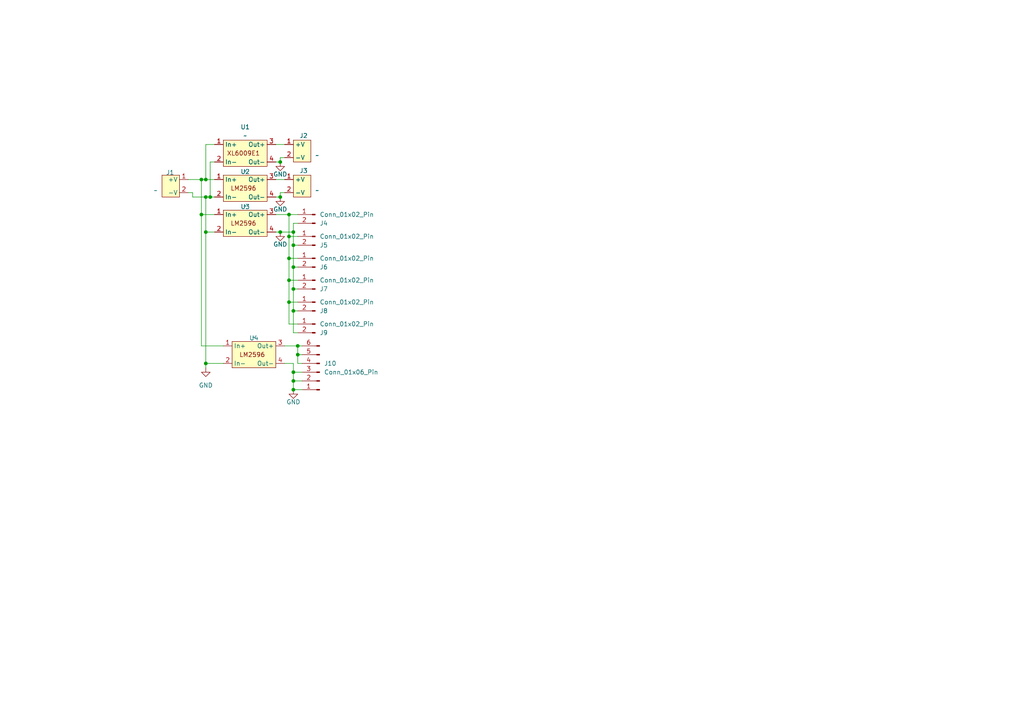
<source format=kicad_sch>
(kicad_sch (version 20250114) (generator "eeschema") (generator_version "9.0")
  (paper "A4")
  (lib_symbols
    (symbol "Buck:Boost_Converter"
      (property "Reference" "U" (at 0 5.08 0))
      (symbol "Boost_Converter_1_1"
        (rectangle (start -6.35 3.81) (end 6.35 -3.81) (fill (type background)))
        (text "XL6009E1" (at -0.508 0 0) (effects (font (size 1.27 1.27))))
        (pin input line (at -8.89 2.54 0) (length 2.54) (name "In+") (number "1"))
        (pin input line (at -8.89 -2.54 0) (length 2.54) (name "In-") (number "2"))
        (pin input line (at 8.89 2.54 180) (length 2.54) (name "Out+") (number "3"))
        (pin input line (at 8.89 -2.54 180) (length 2.54) (name "Out-") (number "4"))
      )
    )
    (symbol "Buck:Buck_Converter"
      (property "Reference" "U" (at 0 5.08 0))
      (symbol "Buck_Converter_1_1"
        (rectangle (start -6.35 3.81) (end 6.35 -3.81) (fill (type background)))
        (text "LM2596" (at -0.508 0 0) (effects (font (size 1.27 1.27))))
        (pin input line (at -8.89 2.54 0) (length 2.54) (name "In+") (number "1"))
        (pin input line (at -8.89 -2.54 0) (length 2.54) (name "In-") (number "2"))
        (pin input line (at 8.89 2.54 180) (length 2.54) (name "Out+") (number "3"))
        (pin input line (at 8.89 -2.54 180) (length 2.54) (name "Out-") (number "4"))
      )
    )
    (symbol "Buck:XT30"
      (property "Reference" "J" (at 0 3.556 0))
      (symbol "XT30_1_1"
        (rectangle (start -2.54 2.54) (end 2.54 -3.81) (fill (type background)))
        (pin input line (at -5.08 1.27 0) (length 2.54) (name "+V") (number "1"))
        (pin input line (at -5.08 -2.54 0) (length 2.54) (name "-V") (number "2"))
      )
    )
    (symbol "Connector:Conn_01x02_Pin" (pin_names (offset 1.016) (hide yes))
      (property "Reference" "J" (at 0 2.54 0))
      (property "Value" "Conn_01x02_Pin" (at 0 -5.08 0))
      (symbol "Conn_01x02_Pin_1_1"
        (rectangle (start 0.8636 0.127) (end 0 -0.127) (stroke (width 0.1524)) (fill (type outline)))
        (rectangle (start 0.8636 -2.413) (end 0 -2.667) (stroke (width 0.1524)) (fill (type outline)))
        (polyline (pts (xy 1.27 0) (xy 0.8636 0)) (stroke (width 0.1524)))
        (polyline (pts (xy 1.27 -2.54) (xy 0.8636 -2.54)) (stroke (width 0.1524)))
        (pin passive line (at 5.08 0 180) (length 3.81) (name "Pin_1") (number "1"))
        (pin passive line (at 5.08 -2.54 180) (length 3.81) (name "Pin_2") (number "2"))
      )
    )
    (symbol "Connector:Conn_01x06_Pin" (pin_names (offset 1.016) (hide yes))
      (property "Reference" "J" (at 0 7.62 0))
      (property "Value" "Conn_01x06_Pin" (at 0 -10.16 0))
      (symbol "Conn_01x06_Pin_1_1"
        (rectangle (start 0.8636 5.207) (end 0 4.953) (stroke (width 0.1524)) (fill (type outline)))
        (rectangle (start 0.8636 2.667) (end 0 2.413) (stroke (width 0.1524)) (fill (type outline)))
        (rectangle (start 0.8636 0.127) (end 0 -0.127) (stroke (width 0.1524)) (fill (type outline)))
        (rectangle (start 0.8636 -2.413) (end 0 -2.667) (stroke (width 0.1524)) (fill (type outline)))
        (rectangle (start 0.8636 -4.953) (end 0 -5.207) (stroke (width 0.1524)) (fill (type outline)))
        (rectangle (start 0.8636 -7.493) (end 0 -7.747) (stroke (width 0.1524)) (fill (type outline)))
        (polyline (pts (xy 1.27 5.08) (xy 0.8636 5.08)) (stroke (width 0.1524)))
        (polyline (pts (xy 1.27 2.54) (xy 0.8636 2.54)) (stroke (width 0.1524)))
        (polyline (pts (xy 1.27 0) (xy 0.8636 0)) (stroke (width 0.1524)))
        (polyline (pts (xy 1.27 -2.54) (xy 0.8636 -2.54)) (stroke (width 0.1524)))
        (polyline (pts (xy 1.27 -5.08) (xy 0.8636 -5.08)) (stroke (width 0.1524)))
        (polyline (pts (xy 1.27 -7.62) (xy 0.8636 -7.62)) (stroke (width 0.1524)))
        (pin passive line (at 5.08 5.08 180) (length 3.81) (name "Pin_1") (number "1"))
        (pin passive line (at 5.08 2.54 180) (length 3.81) (name "Pin_2") (number "2"))
        (pin passive line (at 5.08 0 180) (length 3.81) (name "Pin_3") (number "3"))
        (pin passive line (at 5.08 -2.54 180) (length 3.81) (name "Pin_4") (number "4"))
        (pin passive line (at 5.08 -5.08 180) (length 3.81) (name "Pin_5") (number "5"))
        (pin passive line (at 5.08 -7.62 180) (length 3.81) (name "Pin_6") (number "6"))
      )
    )
    (symbol "power:GND" (power) (pin_numbers (hide yes)) (pin_names (offset 0) (hide yes))
      (property "Value" "GND" (at 0 -3.81 0))
      (symbol "GND_0_1"
        (polyline (pts (xy 0 0) (xy 0 -1.27) (xy 1.27 -1.27) (xy 0 -2.54) (xy -1.27 -1.27) (xy 0 -1.27)))
      )
      (symbol "GND_1_1"
        (pin power_in line (at 0 0 270) (length 0) (name "~") (number "1"))
      )
    )
  )
  (junction (at 83.82 81.28))
  (junction (at 60.96 57.15))
  (junction (at 59.69 57.15))
  (junction (at 81.28 46.99))
  (junction (at 85.09 77.47))
  (junction (at 85.09 83.82))
  (junction (at 85.09 110.49))
  (junction (at 85.09 113.03))
  (junction (at 85.09 71.12))
  (junction (at 81.28 57.15))
  (junction (at 81.28 67.31))
  (junction (at 86.36 100.33))
  (junction (at 83.82 87.63))
  (junction (at 85.09 107.95))
  (junction (at 59.69 67.31))
  (junction (at 83.82 68.58))
  (junction (at 58.42 52.07))
  (junction (at 59.69 52.07))
  (junction (at 83.82 74.93))
  (junction (at 58.42 62.23))
  (junction (at 85.09 67.31))
  (junction (at 86.36 102.87))
  (junction (at 59.69 105.41))
  (junction (at 83.82 62.23))
  (junction (at 85.09 90.17))
  (wire (pts (xy 80.01 52.07) (xy 82.55 52.07)))
  (wire (pts (xy 81.28 46.99) (xy 81.28 45.72)))
  (wire (pts (xy 87.63 102.87) (xy 86.36 102.87)))
  (wire (pts (xy 81.28 57.15) (xy 81.28 55.88)))
  (wire (pts (xy 81.28 55.88) (xy 82.55 55.88)))
  (wire (pts (xy 80.01 57.15) (xy 81.28 57.15)))
  (wire (pts (xy 85.09 110.49) (xy 85.09 107.95)))
  (wire (pts (xy 87.63 110.49) (xy 85.09 110.49)))
  (wire (pts (xy 60.96 46.99) (xy 60.96 57.15)))
  (wire (pts (xy 87.63 105.41) (xy 86.36 105.41)))
  (wire (pts (xy 83.82 81.28) (xy 83.82 74.93)))
  (wire (pts (xy 85.09 113.03) (xy 85.09 110.49)))
  (wire (pts (xy 62.23 67.31) (xy 59.69 67.31)))
  (wire (pts (xy 62.23 62.23) (xy 58.42 62.23)))
  (wire (pts (xy 86.36 74.93) (xy 83.82 74.93)))
  (wire (pts (xy 59.69 105.41) (xy 59.69 106.68)))
  (wire (pts (xy 85.09 96.52) (xy 85.09 90.17)))
  (wire (pts (xy 83.82 68.58) (xy 83.82 62.23)))
  (wire (pts (xy 59.69 41.91) (xy 59.69 52.07)))
  (wire (pts (xy 87.63 113.03) (xy 85.09 113.03)))
  (wire (pts (xy 86.36 77.47) (xy 85.09 77.47)))
  (wire (pts (xy 86.36 105.41) (xy 86.36 102.87)))
  (wire (pts (xy 62.23 41.91) (xy 59.69 41.91)))
  (wire (pts (xy 58.42 62.23) (xy 58.42 52.07)))
  (wire (pts (xy 85.09 71.12) (xy 85.09 77.47)))
  (wire (pts (xy 83.82 81.28) (xy 83.82 87.63)))
  (wire (pts (xy 64.77 105.41) (xy 59.69 105.41)))
  (wire (pts (xy 55.88 57.15) (xy 59.69 57.15)))
  (wire (pts (xy 86.36 81.28) (xy 83.82 81.28)))
  (wire (pts (xy 83.82 74.93) (xy 83.82 68.58)))
  (wire (pts (xy 81.28 67.31) (xy 85.09 67.31)))
  (wire (pts (xy 85.09 107.95) (xy 87.63 107.95)))
  (wire (pts (xy 85.09 83.82) (xy 85.09 90.17)))
  (wire (pts (xy 58.42 100.33) (xy 58.42 62.23)))
  (wire (pts (xy 59.69 57.15) (xy 60.96 57.15)))
  (wire (pts (xy 58.42 52.07) (xy 59.69 52.07)))
  (wire (pts (xy 86.36 68.58) (xy 83.82 68.58)))
  (wire (pts (xy 86.36 100.33) (xy 87.63 100.33)))
  (wire (pts (xy 80.01 67.31) (xy 81.28 67.31)))
  (wire (pts (xy 86.36 83.82) (xy 85.09 83.82)))
  (wire (pts (xy 85.09 64.77) (xy 85.09 67.31)))
  (wire (pts (xy 59.69 105.41) (xy 59.69 67.31)))
  (wire (pts (xy 54.61 52.07) (xy 58.42 52.07)))
  (wire (pts (xy 85.09 105.41) (xy 85.09 107.95)))
  (wire (pts (xy 86.36 96.52) (xy 85.09 96.52)))
  (wire (pts (xy 86.36 71.12) (xy 85.09 71.12)))
  (wire (pts (xy 54.61 55.88) (xy 55.88 55.88)))
  (wire (pts (xy 85.09 105.41) (xy 82.55 105.41)))
  (wire (pts (xy 82.55 100.33) (xy 86.36 100.33)))
  (wire (pts (xy 86.36 64.77) (xy 85.09 64.77)))
  (wire (pts (xy 60.96 57.15) (xy 62.23 57.15)))
  (wire (pts (xy 83.82 93.98) (xy 83.82 87.63)))
  (wire (pts (xy 80.01 46.99) (xy 81.28 46.99)))
  (wire (pts (xy 59.69 67.31) (xy 59.69 57.15)))
  (wire (pts (xy 85.09 83.82) (xy 85.09 77.47)))
  (wire (pts (xy 85.09 67.31) (xy 85.09 71.12)))
  (wire (pts (xy 59.69 52.07) (xy 62.23 52.07)))
  (wire (pts (xy 86.36 90.17) (xy 85.09 90.17)))
  (wire (pts (xy 83.82 62.23) (xy 86.36 62.23)))
  (wire (pts (xy 86.36 102.87) (xy 86.36 100.33)))
  (wire (pts (xy 64.77 100.33) (xy 58.42 100.33)))
  (wire (pts (xy 86.36 87.63) (xy 83.82 87.63)))
  (wire (pts (xy 86.36 93.98) (xy 83.82 93.98)))
  (wire (pts (xy 55.88 55.88) (xy 55.88 57.15)))
  (wire (pts (xy 80.01 41.91) (xy 82.55 41.91)))
  (wire (pts (xy 81.28 45.72) (xy 82.55 45.72)))
  (wire (pts (xy 62.23 46.99) (xy 60.96 46.99)))
  (wire (pts (xy 80.01 62.23) (xy 83.82 62.23)))
  (symbol (lib_id "Buck:XT30") (at 87.63 43.18 0) (unit 1)
    (property "Reference" "J2" (at 86.868 39.37 0) (effects (justify left)))
    (property "Value" "~" (at 91.44 45.085 0) (effects (justify left)))
    (property "Footprint" "Buck_Converter:XT30" (effects (hide yes)))
  )
  (symbol (lib_id "power:GND") (at 85.09 113.03 0) (unit 1)
    (property "Reference" "#PWR05" (effects (hide yes)))
    (property "Value" "GND" (at 85.09 116.586 0))
    (property "Description" "Power symbol creates a global label with name \"GND\" , ground" (effects (hide yes)))
  )
  (symbol (lib_id "Buck:Buck_Converter") (at 73.66 102.87 0) (unit 1)
    (property "Reference" "U4" (at 73.66 98.044 0))
    (property "Value" "~" (at 73.66 97.79 0))
    (property "Footprint" "Buck_Converter:Buck" (effects (hide yes)))
  )
  (symbol (lib_id "Connector:Conn_01x02_Pin") (at 91.44 93.98 0) (mirror y) (unit 1)
    (property "Reference" "J9" (at 92.71 96.5201 0) (effects (justify right)))
    (property "Value" "Conn_01x02_Pin" (at 92.71 93.9801 0) (effects (justify right)))
    (property "Footprint" "Connector_PinHeader_2.54mm:PinHeader_1x02_P2.54mm_Vertical" (effects (hide yes)))
    (property "Description" "Generic connector, single row, 01x02, script generated" (effects (hide yes)))
  )
  (symbol (lib_id "Connector:Conn_01x02_Pin") (at 91.44 74.93 0) (mirror y) (unit 1)
    (property "Reference" "J6" (at 92.71 77.4701 0) (effects (justify right)))
    (property "Value" "Conn_01x02_Pin" (at 92.71 74.9301 0) (effects (justify right)))
    (property "Footprint" "Connector_PinHeader_2.54mm:PinHeader_1x02_P2.54mm_Vertical" (effects (hide yes)))
    (property "Description" "Generic connector, single row, 01x02, script generated" (effects (hide yes)))
  )
  (symbol (lib_id "Buck:Buck_Converter") (at 71.12 64.77 0) (unit 1)
    (property "Reference" "U3" (at 71.12 59.944 0))
    (property "Value" "~" (at 71.12 59.69 0))
    (property "Footprint" "Buck_Converter:Buck" (effects (hide yes)))
  )
  (symbol (lib_id "power:GND") (at 81.28 46.99 0) (unit 1)
    (property "Reference" "#PWR03" (effects (hide yes)))
    (property "Value" "GND" (at 81.28 50.546 0))
    (property "Description" "Power symbol creates a global label with name \"GND\" , ground" (effects (hide yes)))
  )
  (symbol (lib_id "power:GND") (at 81.28 57.15 0) (unit 1)
    (property "Reference" "#PWR02" (effects (hide yes)))
    (property "Value" "GND" (at 81.28 60.706 0))
    (property "Description" "Power symbol creates a global label with name \"GND\" , ground" (effects (hide yes)))
  )
  (symbol (lib_id "Connector:Conn_01x02_Pin") (at 91.44 68.58 0) (mirror y) (unit 1)
    (property "Reference" "J5" (at 92.71 71.1201 0) (effects (justify right)))
    (property "Value" "Conn_01x02_Pin" (at 92.71 68.5801 0) (effects (justify right)))
    (property "Footprint" "Connector_PinHeader_2.54mm:PinHeader_1x02_P2.54mm_Vertical" (effects (hide yes)))
    (property "Description" "Generic connector, single row, 01x02, script generated" (effects (hide yes)))
  )
  (symbol (lib_id "Buck:Buck_Converter") (at 71.12 54.61 0) (unit 1)
    (property "Reference" "U2" (at 71.12 49.784 0))
    (property "Value" "~" (at 71.12 49.53 0))
    (property "Footprint" "Buck_Converter:Buck" (effects (hide yes)))
  )
  (symbol (lib_id "Buck:XT30") (at 87.63 53.34 0) (unit 1)
    (property "Reference" "J3" (at 86.868 49.53 0) (effects (justify left)))
    (property "Value" "~" (at 91.44 55.245 0) (effects (justify left)))
    (property "Footprint" "Buck_Converter:XT30" (effects (hide yes)))
  )
  (symbol (lib_id "Connector:Conn_01x02_Pin") (at 91.44 62.23 0) (mirror y) (unit 1)
    (property "Reference" "J4" (at 92.71 64.7701 0) (effects (justify right)))
    (property "Value" "Conn_01x02_Pin" (at 92.71 62.2301 0) (effects (justify right)))
    (property "Footprint" "Connector_PinHeader_2.54mm:PinHeader_1x02_P2.54mm_Vertical" (effects (hide yes)))
    (property "Description" "Generic connector, single row, 01x02, script generated" (effects (hide yes)))
  )
  (symbol (lib_id "Connector:Conn_01x02_Pin") (at 91.44 81.28 0) (mirror y) (unit 1)
    (property "Reference" "J7" (at 92.71 83.8201 0) (effects (justify right)))
    (property "Value" "Conn_01x02_Pin" (at 92.71 81.2801 0) (effects (justify right)))
    (property "Footprint" "Connector_PinHeader_2.54mm:PinHeader_1x02_P2.54mm_Vertical" (effects (hide yes)))
    (property "Description" "Generic connector, single row, 01x02, script generated" (effects (hide yes)))
  )
  (symbol (lib_id "Connector:Conn_01x02_Pin") (at 91.44 87.63 0) (mirror y) (unit 1)
    (property "Reference" "J8" (at 92.71 90.1701 0) (effects (justify right)))
    (property "Value" "Conn_01x02_Pin" (at 92.71 87.6301 0) (effects (justify right)))
    (property "Footprint" "Connector_PinHeader_2.54mm:PinHeader_1x02_P2.54mm_Vertical" (effects (hide yes)))
    (property "Description" "Generic connector, single row, 01x02, script generated" (effects (hide yes)))
  )
  (symbol (lib_id "power:GND") (at 81.28 67.31 0) (unit 1)
    (property "Reference" "#PWR04" (effects (hide yes)))
    (property "Value" "GND" (at 81.28 70.866 0))
    (property "Description" "Power symbol creates a global label with name \"GND\" , ground" (effects (hide yes)))
  )
  (symbol (lib_id "Connector:Conn_01x06_Pin") (at 92.71 107.95 180) (unit 1)
    (property "Reference" "J10" (at 93.98 105.4099 0) (effects (justify right)))
    (property "Value" "Conn_01x06_Pin" (at 93.98 107.9499 0) (effects (justify right)))
    (property "Footprint" "Connector_PinSocket_2.54mm:PinSocket_1x06_P2.54mm_Vertical" (effects (hide yes)))
    (property "Description" "Generic connector, single row, 01x06, script generated" (effects (hide yes)))
  )
  (symbol (lib_id "Buck:XT30") (at 49.53 53.34 0) (mirror y) (unit 1)
    (property "Reference" "J1" (at 50.546 50.038 0) (effects (justify left)))
    (property "Value" "~" (at 45.72 55.245 0) (effects (justify left)))
    (property "Footprint" "Buck_Converter:XT30" (effects (hide yes)))
  )
  (symbol (lib_id "power:GND") (at 59.69 106.68 0) (unit 1)
    (property "Reference" "#PWR01" (effects (hide yes)))
    (property "Value" "GND" (at 59.69 111.76 0))
    (property "Description" "Power symbol creates a global label with name \"GND\" , ground" (effects (hide yes)))
  )
  (symbol (lib_id "Buck:Boost_Converter") (at 71.12 44.45 0) (unit 1)
    (property "Reference" "U1" (at 71.12 36.83 0))
    (property "Value" "~" (at 71.12 39.37 0))
    (property "Footprint" "Buck_Converter:Buck" (effects (hide yes)))
  )
)
</source>
